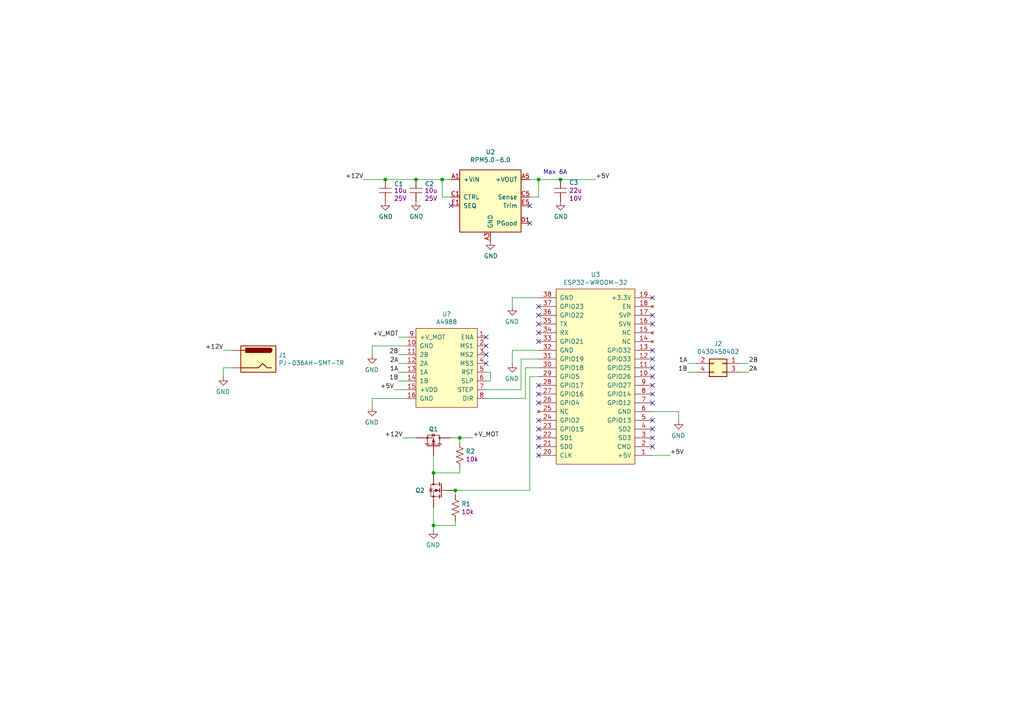
<source format=kicad_sch>
(kicad_sch (version 20211123) (generator eeschema)

  (uuid e63e39d7-6ac0-4ffd-8aa3-1841a4541b55)

  (paper "A4")

  (lib_symbols
    (symbol "ekd_capacitors_ceramic_smd:CL31B106KAHVPNE" (pin_numbers hide) (pin_names (offset 1.016)) (in_bom yes) (on_board yes)
      (property "Reference" "C" (id 0) (at 0 -3.302 0)
        (effects (font (size 1.27 1.27)))
      )
      (property "Value" "CL31B106KAHVPNE" (id 1) (at 12.954 -4.318 0)
        (effects (font (size 1.27 1.27)) hide)
      )
      (property "Footprint" "ekd_capacitors_smd:1206" (id 2) (at 16.256 -2.286 0)
        (effects (font (size 1.27 1.27)) hide)
      )
      (property "Datasheet" "http://www.samsungsem.com/kr/support/product-search/mlcc/CL31B106KAHVPNE.jsp" (id 3) (at 0 3.048 0)
        (effects (font (size 1.27 1.27)) hide)
      )
      (property "Capacitance" "10u" (id 4) (at 4.826 -10.922 0)
        (effects (font (size 1.27 1.27)))
      )
      (property "Voltage Rating" "25V" (id 5) (at 4.826 -13.208 0)
        (effects (font (size 1.27 1.27)))
      )
      (symbol "CL31B106KAHVPNE_1_1"
        (polyline
          (pts
            (xy -1.778 -12.7)
            (xy 1.778 -12.7)
          )
          (stroke (width 0) (type default) (color 0 0 0 0))
          (fill (type none))
        )
        (polyline
          (pts
            (xy -1.778 -11.43)
            (xy 1.778 -11.43)
          )
          (stroke (width 0) (type default) (color 0 0 0 0))
          (fill (type none))
        )
        (pin passive line (at 0 -8.89 270) (length 2.54)
          (name "~" (effects (font (size 1.016 1.016))))
          (number "1" (effects (font (size 1.016 1.016))))
        )
        (pin passive line (at 0 -15.24 90) (length 2.54)
          (name "~" (effects (font (size 1.016 1.016))))
          (number "2" (effects (font (size 1.016 1.016))))
        )
      )
    )
    (symbol "ekd_capacitors_ceramic_smd:CL31B226MPHNNNE" (pin_numbers hide) (pin_names (offset 1.016)) (in_bom yes) (on_board yes)
      (property "Reference" "C" (id 0) (at 0 -3.302 0)
        (effects (font (size 1.27 1.27)))
      )
      (property "Value" "CL31B226MPHNNNE" (id 1) (at 12.954 -4.318 0)
        (effects (font (size 1.27 1.27)) hide)
      )
      (property "Footprint" "ekd_capacitors_smd:1206" (id 2) (at 16.256 -2.286 0)
        (effects (font (size 1.27 1.27)) hide)
      )
      (property "Datasheet" "http://www.samsungsem.com/kr/support/product-search/mlcc/CL31B226MPHNNNE.jsp" (id 3) (at 0 3.048 0)
        (effects (font (size 1.27 1.27)) hide)
      )
      (property "Capacitance" "22u" (id 4) (at 4.826 -10.922 0)
        (effects (font (size 1.27 1.27)))
      )
      (property "Voltage Rating" "10V" (id 5) (at 4.826 -13.208 0)
        (effects (font (size 1.27 1.27)))
      )
      (symbol "CL31B226MPHNNNE_1_1"
        (polyline
          (pts
            (xy -1.778 -12.7)
            (xy 1.778 -12.7)
          )
          (stroke (width 0) (type default) (color 0 0 0 0))
          (fill (type none))
        )
        (polyline
          (pts
            (xy -1.778 -11.43)
            (xy 1.778 -11.43)
          )
          (stroke (width 0) (type default) (color 0 0 0 0))
          (fill (type none))
        )
        (pin passive line (at 0 -8.89 270) (length 2.54)
          (name "~" (effects (font (size 1.016 1.016))))
          (number "1" (effects (font (size 1.016 1.016))))
        )
        (pin passive line (at 0 -15.24 90) (length 2.54)
          (name "~" (effects (font (size 1.016 1.016))))
          (number "2" (effects (font (size 1.016 1.016))))
        )
      )
    )
    (symbol "ekd_connectors:0430450402" (pin_names (offset 1.016)) (in_bom yes) (on_board yes)
      (property "Reference" "J" (id 0) (at 0 2.54 0)
        (effects (font (size 1.27 1.27)))
      )
      (property "Value" "0430450402" (id 1) (at 0 0 0)
        (effects (font (size 1.27 1.27)) hide)
      )
      (property "Footprint" "ekd_connectors:0430450402" (id 2) (at 0.762 -9.906 0)
        (effects (font (size 1.27 1.27)) hide)
      )
      (property "Datasheet" "https://www.molex.com/pdm_docs/ps/PS-43045.pdf" (id 3) (at 0 0 0)
        (effects (font (size 1.27 1.27)) hide)
      )
      (symbol "0430450402_1_1"
        (rectangle (start -2.54 -6.223) (end -1.27 -6.477)
          (stroke (width 0.1524) (type default) (color 0 0 0 0))
          (fill (type none))
        )
        (rectangle (start -2.54 -3.683) (end -1.27 -3.937)
          (stroke (width 0.1524) (type default) (color 0 0 0 0))
          (fill (type none))
        )
        (rectangle (start -2.54 -2.54) (end 2.54 -7.62)
          (stroke (width 0.254) (type default) (color 0 0 0 0))
          (fill (type background))
        )
        (rectangle (start 2.54 -6.223) (end 1.27 -6.477)
          (stroke (width 0.1524) (type default) (color 0 0 0 0))
          (fill (type none))
        )
        (rectangle (start 2.54 -3.683) (end 1.27 -3.937)
          (stroke (width 0.1524) (type default) (color 0 0 0 0))
          (fill (type none))
        )
        (pin passive line (at -6.35 -3.81 0) (length 3.81)
          (name "~" (effects (font (size 1.27 1.27))))
          (number "1" (effects (font (size 1.27 1.27))))
        )
        (pin passive line (at 6.35 -3.81 180) (length 3.81)
          (name "~" (effects (font (size 1.27 1.27))))
          (number "2" (effects (font (size 1.27 1.27))))
        )
        (pin passive line (at -6.35 -6.35 0) (length 3.81)
          (name "~" (effects (font (size 1.27 1.27))))
          (number "3" (effects (font (size 1.27 1.27))))
        )
        (pin passive line (at 6.35 -6.35 180) (length 3.81)
          (name "~" (effects (font (size 1.27 1.27))))
          (number "4" (effects (font (size 1.27 1.27))))
        )
      )
    )
    (symbol "ekd_connectors:PJ-036AH-SMT-TR" (pin_numbers hide) (pin_names (offset 1.016)) (in_bom yes) (on_board yes)
      (property "Reference" "J" (id 0) (at 0 -1.27 0)
        (effects (font (size 1.27 1.27)))
      )
      (property "Value" "PJ-036AH-SMT-TR" (id 1) (at 25.4 -2.54 0)
        (effects (font (size 1.27 1.27)) hide)
      )
      (property "Footprint" "ekd_connectors:PJ-036AH-SMT-TR" (id 2) (at 33.02 0 0)
        (effects (font (size 1.27 1.27)) hide)
      )
      (property "Datasheet" "https://www.cuidevices.com/product/resource/pj-036ah-smt-tr.pdf" (id 3) (at 0 0 0)
        (effects (font (size 1.27 1.27)) hide)
      )
      (symbol "PJ-036AH-SMT-TR_1_1"
        (rectangle (start -5.08 -2.54) (end 5.08 -10.16)
          (stroke (width 0.254) (type default) (color 0 0 0 0))
          (fill (type background))
        )
        (arc (start -3.302 -3.175) (mid -3.937 -3.81) (end -3.302 -4.445)
          (stroke (width 0.254) (type default) (color 0 0 0 0))
          (fill (type none))
        )
        (arc (start -3.302 -3.175) (mid -3.937 -3.81) (end -3.302 -4.445)
          (stroke (width 0.254) (type default) (color 0 0 0 0))
          (fill (type outline))
        )
        (polyline
          (pts
            (xy 5.08 -3.81)
            (xy 3.81 -3.81)
          )
          (stroke (width 0.254) (type default) (color 0 0 0 0))
          (fill (type none))
        )
        (polyline
          (pts
            (xy -3.81 -8.89)
            (xy -2.54 -8.89)
            (xy -1.27 -7.62)
            (xy 0 -8.89)
            (xy 2.54 -8.89)
            (xy 5.08 -8.89)
          )
          (stroke (width 0.254) (type default) (color 0 0 0 0))
          (fill (type none))
        )
        (rectangle (start 3.683 -3.175) (end -3.302 -4.445)
          (stroke (width 0.254) (type default) (color 0 0 0 0))
          (fill (type outline))
        )
        (pin passive line (at 7.62 -3.81 180) (length 2.54)
          (name "~" (effects (font (size 1.27 1.27))))
          (number "1" (effects (font (size 1.27 1.27))))
        )
        (pin passive line (at 7.62 -8.89 180) (length 2.54)
          (name "~" (effects (font (size 1.27 1.27))))
          (number "2" (effects (font (size 1.27 1.27))))
        )
      )
    )
    (symbol "ekd_drivers:A4988" (pin_names (offset 1.016)) (in_bom yes) (on_board yes)
      (property "Reference" "U" (id 0) (at 0 15.24 0)
        (effects (font (size 1.27 1.27)))
      )
      (property "Value" "A4988" (id 1) (at 0 12.7 0)
        (effects (font (size 1.27 1.27)))
      )
      (property "Footprint" "ekd_drivers:A4988" (id 2) (at 20.574 11.176 0)
        (effects (font (size 1.27 1.27)) hide)
      )
      (property "Datasheet" "" (id 3) (at -6.35 13.97 0)
        (effects (font (size 1.27 1.27)) hide)
      )
      (symbol "A4988_0_1"
        (rectangle (start -8.89 11.43) (end 8.89 -11.43)
          (stroke (width 0) (type default) (color 0 0 0 0))
          (fill (type background))
        )
      )
      (symbol "A4988_1_1"
        (pin input line (at 11.43 8.89 180) (length 2.54)
          (name "ENA" (effects (font (size 1.27 1.27))))
          (number "1" (effects (font (size 1.27 1.27))))
        )
        (pin passive line (at -11.43 6.35 0) (length 2.54)
          (name "GND" (effects (font (size 1.27 1.27))))
          (number "10" (effects (font (size 1.27 1.27))))
        )
        (pin power_out line (at -11.43 3.81 0) (length 2.54)
          (name "2B" (effects (font (size 1.27 1.27))))
          (number "11" (effects (font (size 1.27 1.27))))
        )
        (pin power_out line (at -11.43 1.27 0) (length 2.54)
          (name "2A" (effects (font (size 1.27 1.27))))
          (number "12" (effects (font (size 1.27 1.27))))
        )
        (pin power_out line (at -11.43 -1.27 0) (length 2.54)
          (name "1A" (effects (font (size 1.27 1.27))))
          (number "13" (effects (font (size 1.27 1.27))))
        )
        (pin power_out line (at -11.43 -3.81 0) (length 2.54)
          (name "1B" (effects (font (size 1.27 1.27))))
          (number "14" (effects (font (size 1.27 1.27))))
        )
        (pin power_in line (at -11.43 -6.35 0) (length 2.54)
          (name "+VDD" (effects (font (size 1.27 1.27))))
          (number "15" (effects (font (size 1.27 1.27))))
        )
        (pin passive line (at -11.43 -8.89 0) (length 2.54)
          (name "GND" (effects (font (size 1.27 1.27))))
          (number "16" (effects (font (size 1.27 1.27))))
        )
        (pin input line (at 11.43 6.35 180) (length 2.54)
          (name "MS1" (effects (font (size 1.27 1.27))))
          (number "2" (effects (font (size 1.27 1.27))))
        )
        (pin input line (at 11.43 3.81 180) (length 2.54)
          (name "MS2" (effects (font (size 1.27 1.27))))
          (number "3" (effects (font (size 1.27 1.27))))
        )
        (pin input line (at 11.43 1.27 180) (length 2.54)
          (name "MS3" (effects (font (size 1.27 1.27))))
          (number "4" (effects (font (size 1.27 1.27))))
        )
        (pin passive line (at 11.43 -1.27 180) (length 2.54)
          (name "RST" (effects (font (size 1.27 1.27))))
          (number "5" (effects (font (size 1.27 1.27))))
        )
        (pin passive line (at 11.43 -3.81 180) (length 2.54)
          (name "SLP" (effects (font (size 1.27 1.27))))
          (number "6" (effects (font (size 1.27 1.27))))
        )
        (pin input line (at 11.43 -6.35 180) (length 2.54)
          (name "STEP" (effects (font (size 1.27 1.27))))
          (number "7" (effects (font (size 1.27 1.27))))
        )
        (pin input line (at 11.43 -8.89 180) (length 2.54)
          (name "DIR" (effects (font (size 1.27 1.27))))
          (number "8" (effects (font (size 1.27 1.27))))
        )
        (pin power_in line (at -11.43 8.89 0) (length 2.54)
          (name "+V_MOT" (effects (font (size 1.27 1.27))))
          (number "9" (effects (font (size 1.27 1.27))))
        )
      )
    )
    (symbol "ekd_fets:2N7002W-7-F" (pin_numbers hide) (pin_names (offset 1.016)) (in_bom yes) (on_board yes)
      (property "Reference" "Q" (id 0) (at 0 1.905 0)
        (effects (font (size 1.27 1.27)))
      )
      (property "Value" "2N7002W-7-F" (id 1) (at 0.635 -0.635 0)
        (effects (font (size 1.27 1.27)))
      )
      (property "Footprint" "ekd_fets:2N7002W-7-F" (id 2) (at 0 0 0)
        (effects (font (size 1.27 1.27)) hide)
      )
      (property "Datasheet" "https://www.diodes.com/assets/Datasheets/2N7002W.pdf" (id 3) (at 0 0 0)
        (effects (font (size 1.27 1.27)) hide)
      )
      (symbol "2N7002W-7-F_0_1"
        (polyline
          (pts
            (xy -3.175 -12.7)
            (xy -3.81 -12.7)
          )
          (stroke (width 0) (type default) (color 0 0 0 0))
          (fill (type none))
        )
      )
      (symbol "2N7002W-7-F_1_1"
        (circle (center 0 -14.478) (radius 0.254)
          (stroke (width 0) (type default) (color 0 0 0 0))
          (fill (type outline))
        )
        (circle (center 0 -10.922) (radius 0.254)
          (stroke (width 0) (type default) (color 0 0 0 0))
          (fill (type outline))
        )
        (polyline
          (pts
            (xy -3.175 -12.7)
            (xy -2.413 -12.7)
          )
          (stroke (width 0) (type default) (color 0 0 0 0))
          (fill (type none))
        )
        (polyline
          (pts
            (xy -2.286 -10.795)
            (xy -2.286 -14.605)
          )
          (stroke (width 0.254) (type default) (color 0 0 0 0))
          (fill (type none))
        )
        (polyline
          (pts
            (xy -1.778 -13.97)
            (xy -1.778 -14.986)
          )
          (stroke (width 0.254) (type default) (color 0 0 0 0))
          (fill (type none))
        )
        (polyline
          (pts
            (xy -1.778 -12.192)
            (xy -1.778 -13.208)
          )
          (stroke (width 0.254) (type default) (color 0 0 0 0))
          (fill (type none))
        )
        (polyline
          (pts
            (xy -1.778 -10.414)
            (xy -1.778 -11.43)
          )
          (stroke (width 0.254) (type default) (color 0 0 0 0))
          (fill (type none))
        )
        (polyline
          (pts
            (xy 0 -10.16)
            (xy 0 -10.922)
          )
          (stroke (width 0) (type default) (color 0 0 0 0))
          (fill (type none))
        )
        (polyline
          (pts
            (xy 0 -15.24)
            (xy 0 -12.7)
            (xy -1.778 -12.7)
          )
          (stroke (width 0) (type default) (color 0 0 0 0))
          (fill (type none))
        )
        (polyline
          (pts
            (xy -1.778 -14.478)
            (xy 0.762 -14.478)
            (xy 0.762 -10.922)
            (xy -1.778 -10.922)
          )
          (stroke (width 0) (type default) (color 0 0 0 0))
          (fill (type none))
        )
        (polyline
          (pts
            (xy -1.524 -12.7)
            (xy -0.508 -12.319)
            (xy -0.508 -13.081)
            (xy -1.524 -12.7)
          )
          (stroke (width 0) (type default) (color 0 0 0 0))
          (fill (type outline))
        )
        (polyline
          (pts
            (xy 0.254 -12.192)
            (xy 0.381 -12.319)
            (xy 1.143 -12.319)
            (xy 1.27 -12.446)
          )
          (stroke (width 0) (type default) (color 0 0 0 0))
          (fill (type none))
        )
        (polyline
          (pts
            (xy 0.762 -12.319)
            (xy 0.381 -12.954)
            (xy 1.143 -12.954)
            (xy 0.762 -12.319)
          )
          (stroke (width 0) (type default) (color 0 0 0 0))
          (fill (type none))
        )
        (pin passive line (at -6.35 -12.7 0) (length 2.54)
          (name "~" (effects (font (size 1.27 1.27))))
          (number "1" (effects (font (size 1.27 1.27))))
        )
        (pin passive line (at 0 -17.78 90) (length 2.54)
          (name "~" (effects (font (size 1.27 1.27))))
          (number "2" (effects (font (size 1.27 1.27))))
        )
        (pin passive line (at 0 -7.62 270) (length 2.54)
          (name "~" (effects (font (size 1.27 1.27))))
          (number "3" (effects (font (size 1.27 1.27))))
        )
      )
    )
    (symbol "ekd_fets:IRFR6215TRPBF" (pin_numbers hide) (pin_names (offset 1.016)) (in_bom yes) (on_board yes)
      (property "Reference" "Q" (id 0) (at -1.27 14.605 0)
        (effects (font (size 1.27 1.27)))
      )
      (property "Value" "IRFR6215TRPBF" (id 1) (at -0.635 12.065 0)
        (effects (font (size 1.27 1.27)))
      )
      (property "Footprint" "ekd_fets:IRFR6215TRPBF" (id 2) (at 12.446 9.144 0)
        (effects (font (size 1.27 1.27)) hide)
      )
      (property "Datasheet" "https://www.infineon.com/dgdl/irfr6215pbf.pdf?fileId=5546d462533600a40153563595592114" (id 3) (at -1.27 14.605 0)
        (effects (font (size 1.27 1.27)) hide)
      )
      (symbol "IRFR6215TRPBF_0_1"
        (polyline
          (pts
            (xy -3.175 0)
            (xy -3.81 0)
          )
          (stroke (width 0) (type default) (color 0 0 0 0))
          (fill (type none))
        )
      )
      (symbol "IRFR6215TRPBF_1_1"
        (circle (center -1.27 -1.778) (radius 0.254)
          (stroke (width 0) (type default) (color 0 0 0 0))
          (fill (type outline))
        )
        (circle (center -1.27 1.778) (radius 0.254)
          (stroke (width 0) (type default) (color 0 0 0 0))
          (fill (type outline))
        )
        (polyline
          (pts
            (xy -3.556 1.905)
            (xy -3.556 -1.905)
          )
          (stroke (width 0.254) (type default) (color 0 0 0 0))
          (fill (type none))
        )
        (polyline
          (pts
            (xy -3.048 -1.27)
            (xy -3.048 -2.286)
          )
          (stroke (width 0.254) (type default) (color 0 0 0 0))
          (fill (type none))
        )
        (polyline
          (pts
            (xy -3.048 0.508)
            (xy -3.048 -0.508)
          )
          (stroke (width 0.254) (type default) (color 0 0 0 0))
          (fill (type none))
        )
        (polyline
          (pts
            (xy -3.048 2.286)
            (xy -3.048 1.27)
          )
          (stroke (width 0.254) (type default) (color 0 0 0 0))
          (fill (type none))
        )
        (polyline
          (pts
            (xy -1.27 2.54)
            (xy -1.27 1.778)
          )
          (stroke (width 0) (type default) (color 0 0 0 0))
          (fill (type none))
        )
        (polyline
          (pts
            (xy -1.27 -2.54)
            (xy -1.27 0)
            (xy -3.048 0)
          )
          (stroke (width 0) (type default) (color 0 0 0 0))
          (fill (type none))
        )
        (polyline
          (pts
            (xy -3.048 1.778)
            (xy -0.508 1.778)
            (xy -0.508 -1.778)
            (xy -3.048 -1.778)
          )
          (stroke (width 0) (type default) (color 0 0 0 0))
          (fill (type none))
        )
        (polyline
          (pts
            (xy -1.524 0)
            (xy -2.54 0.381)
            (xy -2.54 -0.381)
            (xy -1.524 0)
          )
          (stroke (width 0) (type default) (color 0 0 0 0))
          (fill (type outline))
        )
        (polyline
          (pts
            (xy -1.016 -0.508)
            (xy -0.889 -0.381)
            (xy -0.127 -0.381)
            (xy 0 -0.254)
          )
          (stroke (width 0) (type default) (color 0 0 0 0))
          (fill (type none))
        )
        (polyline
          (pts
            (xy -0.508 -0.381)
            (xy -0.889 0.254)
            (xy -0.127 0.254)
            (xy -0.508 -0.381)
          )
          (stroke (width 0) (type default) (color 0 0 0 0))
          (fill (type none))
        )
        (pin input line (at -6.35 0 0) (length 2.54)
          (name "~" (effects (font (size 1.27 1.27))))
          (number "1" (effects (font (size 1.27 1.27))))
        )
        (pin passive line (at -1.27 -5.08 90) (length 2.54)
          (name "~" (effects (font (size 1.27 1.27))))
          (number "2" (effects (font (size 1.27 1.27))))
        )
        (pin passive line (at -1.27 5.08 270) (length 2.54)
          (name "~" (effects (font (size 1.27 1.27))))
          (number "3" (effects (font (size 1.27 1.27))))
        )
      )
    )
    (symbol "ekd_mcu:ESP32-WROOM-32" (pin_names (offset 1.016)) (in_bom yes) (on_board yes)
      (property "Reference" "U" (id 0) (at 0 30.48 0)
        (effects (font (size 1.27 1.27)))
      )
      (property "Value" "ESP32-WROOM-32" (id 1) (at 0 27.94 0)
        (effects (font (size 1.27 1.27)))
      )
      (property "Footprint" "ekd_mcu:ESP32-WROOM-32" (id 2) (at 42.418 24.384 0)
        (effects (font (size 1.27 1.27)) hide)
      )
      (property "Datasheet" "" (id 3) (at -5.08 27.94 0)
        (effects (font (size 1.27 1.27)) hide)
      )
      (symbol "ESP32-WROOM-32_0_1"
        (rectangle (start -11.43 25.4) (end 11.43 -25.4)
          (stroke (width 0) (type default) (color 0 0 0 0))
          (fill (type background))
        )
      )
      (symbol "ESP32-WROOM-32_1_1"
        (pin power_in line (at -16.51 -22.86 0) (length 5.08)
          (name "+5V" (effects (font (size 1.27 1.27))))
          (number "1" (effects (font (size 1.27 1.27))))
        )
        (pin bidirectional line (at -16.51 0 0) (length 5.08)
          (name "GPIO26" (effects (font (size 1.27 1.27))))
          (number "10" (effects (font (size 1.27 1.27))))
        )
        (pin bidirectional line (at -16.51 2.54 0) (length 5.08)
          (name "GPIO25" (effects (font (size 1.27 1.27))))
          (number "11" (effects (font (size 1.27 1.27))))
        )
        (pin bidirectional line (at -16.51 5.08 0) (length 5.08)
          (name "GPIO33" (effects (font (size 1.27 1.27))))
          (number "12" (effects (font (size 1.27 1.27))))
        )
        (pin bidirectional line (at -16.51 7.62 0) (length 5.08)
          (name "GPIO32" (effects (font (size 1.27 1.27))))
          (number "13" (effects (font (size 1.27 1.27))))
        )
        (pin no_connect line (at -16.51 10.16 0) (length 5.08)
          (name "NC" (effects (font (size 1.27 1.27))))
          (number "14" (effects (font (size 1.27 1.27))))
        )
        (pin no_connect line (at -16.51 12.7 0) (length 5.08)
          (name "NC" (effects (font (size 1.27 1.27))))
          (number "15" (effects (font (size 1.27 1.27))))
        )
        (pin input line (at -16.51 15.24 0) (length 5.08)
          (name "SVN" (effects (font (size 1.27 1.27))))
          (number "16" (effects (font (size 1.27 1.27))))
        )
        (pin input line (at -16.51 17.78 0) (length 5.08)
          (name "SVP" (effects (font (size 1.27 1.27))))
          (number "17" (effects (font (size 1.27 1.27))))
        )
        (pin no_connect line (at -16.51 20.32 0) (length 5.08)
          (name "EN" (effects (font (size 1.27 1.27))))
          (number "18" (effects (font (size 1.27 1.27))))
        )
        (pin power_in line (at -16.51 22.86 0) (length 5.08)
          (name "+3.3V" (effects (font (size 1.27 1.27))))
          (number "19" (effects (font (size 1.27 1.27))))
        )
        (pin bidirectional line (at -16.51 -20.32 0) (length 5.08)
          (name "CMD" (effects (font (size 1.27 1.27))))
          (number "2" (effects (font (size 1.27 1.27))))
        )
        (pin output line (at 16.51 -22.86 180) (length 5.08)
          (name "CLK" (effects (font (size 1.27 1.27))))
          (number "20" (effects (font (size 1.27 1.27))))
        )
        (pin bidirectional line (at 16.51 -20.32 180) (length 5.08)
          (name "SD0" (effects (font (size 1.27 1.27))))
          (number "21" (effects (font (size 1.27 1.27))))
        )
        (pin bidirectional line (at 16.51 -17.78 180) (length 5.08)
          (name "SD1" (effects (font (size 1.27 1.27))))
          (number "22" (effects (font (size 1.27 1.27))))
        )
        (pin bidirectional line (at 16.51 -15.24 180) (length 5.08)
          (name "GPIO15" (effects (font (size 1.27 1.27))))
          (number "23" (effects (font (size 1.27 1.27))))
        )
        (pin bidirectional line (at 16.51 -12.7 180) (length 5.08)
          (name "GPIO2" (effects (font (size 1.27 1.27))))
          (number "24" (effects (font (size 1.27 1.27))))
        )
        (pin no_connect line (at 16.51 -10.16 180) (length 5.08)
          (name "NC" (effects (font (size 1.27 1.27))))
          (number "25" (effects (font (size 1.27 1.27))))
        )
        (pin bidirectional line (at 16.51 -7.62 180) (length 5.08)
          (name "GPIO4" (effects (font (size 1.27 1.27))))
          (number "26" (effects (font (size 1.27 1.27))))
        )
        (pin bidirectional line (at 16.51 -5.08 180) (length 5.08)
          (name "GPIO16" (effects (font (size 1.27 1.27))))
          (number "27" (effects (font (size 1.27 1.27))))
        )
        (pin bidirectional line (at 16.51 -2.54 180) (length 5.08)
          (name "GPIO17" (effects (font (size 1.27 1.27))))
          (number "28" (effects (font (size 1.27 1.27))))
        )
        (pin bidirectional line (at 16.51 0 180) (length 5.08)
          (name "GPIO5" (effects (font (size 1.27 1.27))))
          (number "29" (effects (font (size 1.27 1.27))))
        )
        (pin bidirectional line (at -16.51 -17.78 0) (length 5.08)
          (name "SD3" (effects (font (size 1.27 1.27))))
          (number "3" (effects (font (size 1.27 1.27))))
        )
        (pin bidirectional line (at 16.51 2.54 180) (length 5.08)
          (name "GPIO18" (effects (font (size 1.27 1.27))))
          (number "30" (effects (font (size 1.27 1.27))))
        )
        (pin bidirectional line (at 16.51 5.08 180) (length 5.08)
          (name "GPIO19" (effects (font (size 1.27 1.27))))
          (number "31" (effects (font (size 1.27 1.27))))
        )
        (pin passive line (at 16.51 7.62 180) (length 5.08)
          (name "GND" (effects (font (size 1.27 1.27))))
          (number "32" (effects (font (size 1.27 1.27))))
        )
        (pin bidirectional line (at 16.51 10.16 180) (length 5.08)
          (name "GPIO21" (effects (font (size 1.27 1.27))))
          (number "33" (effects (font (size 1.27 1.27))))
        )
        (pin input line (at 16.51 12.7 180) (length 5.08)
          (name "RX" (effects (font (size 1.27 1.27))))
          (number "34" (effects (font (size 1.27 1.27))))
        )
        (pin output line (at 16.51 15.24 180) (length 5.08)
          (name "TX" (effects (font (size 1.27 1.27))))
          (number "35" (effects (font (size 1.27 1.27))))
        )
        (pin bidirectional line (at 16.51 17.78 180) (length 5.08)
          (name "GPIO22" (effects (font (size 1.27 1.27))))
          (number "36" (effects (font (size 1.27 1.27))))
        )
        (pin bidirectional line (at 16.51 20.32 180) (length 5.08)
          (name "GPIO23" (effects (font (size 1.27 1.27))))
          (number "37" (effects (font (size 1.27 1.27))))
        )
        (pin passive line (at 16.51 22.86 180) (length 5.08)
          (name "GND" (effects (font (size 1.27 1.27))))
          (number "38" (effects (font (size 1.27 1.27))))
        )
        (pin bidirectional line (at -16.51 -15.24 0) (length 5.08)
          (name "SD2" (effects (font (size 1.27 1.27))))
          (number "4" (effects (font (size 1.27 1.27))))
        )
        (pin bidirectional line (at -16.51 -12.7 0) (length 5.08)
          (name "GPIO13" (effects (font (size 1.27 1.27))))
          (number "5" (effects (font (size 1.27 1.27))))
        )
        (pin passive line (at -16.51 -10.16 0) (length 5.08)
          (name "GND" (effects (font (size 1.27 1.27))))
          (number "6" (effects (font (size 1.27 1.27))))
        )
        (pin bidirectional line (at -16.51 -7.62 0) (length 5.08)
          (name "GPIO12" (effects (font (size 1.27 1.27))))
          (number "7" (effects (font (size 1.27 1.27))))
        )
        (pin bidirectional line (at -16.51 -5.08 0) (length 5.08)
          (name "GPIO14" (effects (font (size 1.27 1.27))))
          (number "8" (effects (font (size 1.27 1.27))))
        )
        (pin bidirectional line (at -16.51 -2.54 0) (length 5.08)
          (name "GPIO27" (effects (font (size 1.27 1.27))))
          (number "9" (effects (font (size 1.27 1.27))))
        )
      )
    )
    (symbol "ekd_resistors_smd:RC1005F103CS" (pin_numbers hide) (pin_names (offset 1.016)) (in_bom yes) (on_board yes)
      (property "Reference" "R" (id 0) (at 0 -0.381 0)
        (effects (font (size 1.27 1.27)))
      )
      (property "Value" "RC1005F103CS" (id 1) (at 13.208 -6.604 0)
        (effects (font (size 1.27 1.27)) hide)
      )
      (property "Footprint" "ekd_resistors_smd:0402" (id 2) (at 17.272 -4.064 0)
        (effects (font (size 1.27 1.27)) hide)
      )
      (property "Datasheet" "https://media.digikey.com/pdf/Data%20Sheets/Samsung%20PDFs/RC_Series_ds.pdf" (id 3) (at 0 0 0)
        (effects (font (size 1.27 1.27)) hide)
      )
      (property "Resistance" "10k" (id 4) (at 3.302 -11.176 0)
        (effects (font (size 1.27 1.27)))
      )
      (property "Power Rating" "1/16W" (id 5) (at 9.144 -8.89 0)
        (effects (font (size 1.27 1.27)) hide)
      )
      (symbol "RC1005F103CS_1_1"
        (polyline
          (pts
            (xy 0 -13.716)
            (xy 0 -13.97)
          )
          (stroke (width 0) (type default) (color 0 0 0 0))
          (fill (type none))
        )
        (polyline
          (pts
            (xy 0 -9.144)
            (xy 0 -8.89)
          )
          (stroke (width 0) (type default) (color 0 0 0 0))
          (fill (type none))
        )
        (polyline
          (pts
            (xy 0 -12.192)
            (xy 1.016 -12.573)
            (xy 0 -12.954)
            (xy -1.016 -13.335)
            (xy 0 -13.716)
          )
          (stroke (width 0) (type default) (color 0 0 0 0))
          (fill (type none))
        )
        (polyline
          (pts
            (xy 0 -10.668)
            (xy 1.016 -11.049)
            (xy 0 -11.43)
            (xy -1.016 -11.811)
            (xy 0 -12.192)
          )
          (stroke (width 0) (type default) (color 0 0 0 0))
          (fill (type none))
        )
        (polyline
          (pts
            (xy 0 -9.144)
            (xy 1.016 -9.525)
            (xy 0 -9.906)
            (xy -1.016 -10.287)
            (xy 0 -10.668)
          )
          (stroke (width 0) (type default) (color 0 0 0 0))
          (fill (type none))
        )
        (pin passive line (at 0 -7.62 270) (length 1.27)
          (name "~" (effects (font (size 1.27 1.27))))
          (number "1" (effects (font (size 1.27 1.27))))
        )
        (pin passive line (at 0 -15.24 90) (length 1.27)
          (name "~" (effects (font (size 1.27 1.27))))
          (number "2" (effects (font (size 1.27 1.27))))
        )
      )
    )
    (symbol "ekd_rpm:RPM5.0-6.0" (pin_names (offset 1.016)) (in_bom yes) (on_board yes)
      (property "Reference" "U" (id 0) (at 0 12.7 0)
        (effects (font (size 1.27 1.27)))
      )
      (property "Value" "RPM5.0-6.0" (id 1) (at 0 9.652 0)
        (effects (font (size 1.27 1.27)))
      )
      (property "Footprint" "ekd_rpm:RPM5.0-6.0" (id 2) (at -2.54 10.922 0)
        (effects (font (size 1.27 1.27)) hide)
      )
      (property "Datasheet" "https://recom-power.com/pdf/Innoline/RPM-6.0.pdf" (id 3) (at -2.54 10.922 0)
        (effects (font (size 1.27 1.27)) hide)
      )
      (symbol "RPM5.0-6.0_1_1"
        (rectangle (start -8.89 7.874) (end 8.89 -10.16)
          (stroke (width 0.254) (type default) (color 0 0 0 0))
          (fill (type background))
        )
        (pin power_in line (at -11.43 5.08 0) (length 2.54)
          (name "+VIN" (effects (font (size 1.27 1.27))))
          (number "A1" (effects (font (size 1.27 1.27))))
        )
        (pin passive line (at -11.43 5.08 0) (length 2.54) hide
          (name "+VIN" (effects (font (size 1.27 1.27))))
          (number "A2" (effects (font (size 1.27 1.27))))
        )
        (pin power_in line (at 0 -12.7 90) (length 2.54)
          (name "GND" (effects (font (size 1.27 1.27))))
          (number "A3" (effects (font (size 1.27 1.27))))
        )
        (pin passive line (at 0 -12.7 90) (length 2.54) hide
          (name "GND" (effects (font (size 1.27 1.27))))
          (number "A4" (effects (font (size 1.27 1.27))))
        )
        (pin power_out line (at 11.43 5.08 180) (length 2.54)
          (name "+VOUT" (effects (font (size 1.27 1.27))))
          (number "A5" (effects (font (size 1.27 1.27))))
        )
        (pin passive line (at 0 -12.7 90) (length 2.54) hide
          (name "GND" (effects (font (size 1.27 1.27))))
          (number "B1" (effects (font (size 1.27 1.27))))
        )
        (pin passive line (at 0 -12.7 90) (length 2.54) hide
          (name "GND" (effects (font (size 1.27 1.27))))
          (number "B2" (effects (font (size 1.27 1.27))))
        )
        (pin passive line (at 0 -12.7 90) (length 2.54) hide
          (name "GND" (effects (font (size 1.27 1.27))))
          (number "B3" (effects (font (size 1.27 1.27))))
        )
        (pin passive line (at 0 -12.7 90) (length 2.54) hide
          (name "GND" (effects (font (size 1.27 1.27))))
          (number "B4" (effects (font (size 1.27 1.27))))
        )
        (pin input line (at -11.43 0 0) (length 2.54)
          (name "CTRL" (effects (font (size 1.27 1.27))))
          (number "C1" (effects (font (size 1.27 1.27))))
        )
        (pin passive line (at 0 -12.7 90) (length 2.54) hide
          (name "GND" (effects (font (size 1.27 1.27))))
          (number "C2" (effects (font (size 1.27 1.27))))
        )
        (pin passive line (at 0 -12.7 90) (length 2.54) hide
          (name "GND" (effects (font (size 1.27 1.27))))
          (number "C3" (effects (font (size 1.27 1.27))))
        )
        (pin passive line (at 0 -12.7 90) (length 2.54) hide
          (name "GND" (effects (font (size 1.27 1.27))))
          (number "C4" (effects (font (size 1.27 1.27))))
        )
        (pin input line (at 11.43 0 180) (length 2.54)
          (name "Sense" (effects (font (size 1.27 1.27))))
          (number "C5" (effects (font (size 1.27 1.27))))
        )
        (pin output line (at 11.43 -7.62 180) (length 2.54)
          (name "PGood" (effects (font (size 1.27 1.27))))
          (number "D1" (effects (font (size 1.27 1.27))))
        )
        (pin passive line (at 0 -12.7 90) (length 2.54) hide
          (name "GND" (effects (font (size 1.27 1.27))))
          (number "D2" (effects (font (size 1.27 1.27))))
        )
        (pin passive line (at 0 -12.7 90) (length 2.54) hide
          (name "GND" (effects (font (size 1.27 1.27))))
          (number "D3" (effects (font (size 1.27 1.27))))
        )
        (pin passive line (at 0 -12.7 90) (length 2.54) hide
          (name "GND" (effects (font (size 1.27 1.27))))
          (number "D4" (effects (font (size 1.27 1.27))))
        )
        (pin passive line (at 0 -12.7 90) (length 2.54) hide
          (name "GND" (effects (font (size 1.27 1.27))))
          (number "D5" (effects (font (size 1.27 1.27))))
        )
        (pin passive line (at -11.43 -2.54 0) (length 2.54)
          (name "SEQ" (effects (font (size 1.27 1.27))))
          (number "E1" (effects (font (size 1.27 1.27))))
        )
        (pin no_connect line (at -11.43 -5.08 0) (length 2.54) hide
          (name "NC" (effects (font (size 1.27 1.27))))
          (number "E2" (effects (font (size 1.27 1.27))))
        )
        (pin passive line (at 0 -12.7 90) (length 2.54) hide
          (name "GND" (effects (font (size 1.27 1.27))))
          (number "E3" (effects (font (size 1.27 1.27))))
        )
        (pin passive line (at 0 -12.7 90) (length 2.54) hide
          (name "GND" (effects (font (size 1.27 1.27))))
          (number "E4" (effects (font (size 1.27 1.27))))
        )
        (pin input line (at 11.43 -2.54 180) (length 2.54)
          (name "Trim" (effects (font (size 1.27 1.27))))
          (number "E5" (effects (font (size 1.27 1.27))))
        )
      )
    )
    (symbol "power:GND" (power) (pin_names (offset 0)) (in_bom yes) (on_board yes)
      (property "Reference" "#PWR" (id 0) (at 0 -6.35 0)
        (effects (font (size 1.27 1.27)) hide)
      )
      (property "Value" "GND" (id 1) (at 0 -3.81 0)
        (effects (font (size 1.27 1.27)))
      )
      (property "Footprint" "" (id 2) (at 0 0 0)
        (effects (font (size 1.27 1.27)) hide)
      )
      (property "Datasheet" "" (id 3) (at 0 0 0)
        (effects (font (size 1.27 1.27)) hide)
      )
      (property "ki_keywords" "power-flag" (id 4) (at 0 0 0)
        (effects (font (size 1.27 1.27)) hide)
      )
      (property "ki_description" "Power symbol creates a global label with name \"GND\" , ground" (id 5) (at 0 0 0)
        (effects (font (size 1.27 1.27)) hide)
      )
      (symbol "GND_0_1"
        (polyline
          (pts
            (xy 0 0)
            (xy 0 -1.27)
            (xy 1.27 -1.27)
            (xy 0 -2.54)
            (xy -1.27 -1.27)
            (xy 0 -1.27)
          )
          (stroke (width 0) (type default) (color 0 0 0 0))
          (fill (type none))
        )
      )
      (symbol "GND_1_1"
        (pin power_in line (at 0 0 270) (length 0) hide
          (name "GND" (effects (font (size 1.27 1.27))))
          (number "1" (effects (font (size 1.27 1.27))))
        )
      )
    )
  )

  (junction (at 156.21 52.07) (diameter 0) (color 0 0 0 0)
    (uuid 0867287d-2e6a-4d69-a366-c29f88198f2b)
  )
  (junction (at 111.76 52.07) (diameter 0) (color 0 0 0 0)
    (uuid 48ab88d7-7084-4d02-b109-3ad55a30bb11)
  )
  (junction (at 162.56 52.07) (diameter 0) (color 0 0 0 0)
    (uuid 7dc880bc-e7eb-4cce-8d8c-0b65a9dd788e)
  )
  (junction (at 128.27 52.07) (diameter 0) (color 0 0 0 0)
    (uuid 8174b4de-74b1-48db-ab8e-c8432251095b)
  )
  (junction (at 125.73 137.16) (diameter 0) (color 0 0 0 0)
    (uuid 94a873dc-af67-4ef9-8159-1f7c93eeb3d7)
  )
  (junction (at 133.35 127) (diameter 0) (color 0 0 0 0)
    (uuid b635b16e-60bb-4b3e-9fc3-47d34eef8381)
  )
  (junction (at 125.73 152.4) (diameter 0) (color 0 0 0 0)
    (uuid bb7f0588-d4d8-44bf-9ebf-3c533fe4d6ae)
  )
  (junction (at 132.08 142.24) (diameter 0) (color 0 0 0 0)
    (uuid ce83728b-bebd-48c2-8734-b6a50d837931)
  )
  (junction (at 120.65 52.07) (diameter 0) (color 0 0 0 0)
    (uuid fd470e95-4861-44fe-b1e4-6d8a7c66e144)
  )

  (no_connect (at 140.97 100.33) (uuid 02165243-61a3-4857-84ba-71a77cb9a387))
  (no_connect (at 189.23 129.54) (uuid 04f5865e-f449-4408-a0c8-771cccfcb129))
  (no_connect (at 156.21 91.44) (uuid 0c30a4be-5679-499f-8c5b-5f3024f9d6cf))
  (no_connect (at 140.97 97.79) (uuid 1b54105e-6590-4d26-a763-ecfcf81eedc4))
  (no_connect (at 156.21 124.46) (uuid 213a2af1-412b-47f4-ab3b-c5f43b6be7a6))
  (no_connect (at 189.23 111.76) (uuid 29256b3d-9450-4c0a-a4d4-911f04b9c140))
  (no_connect (at 189.23 93.98) (uuid 2bef89de-08c7-4a13-9d85-67948d429ca0))
  (no_connect (at 189.23 121.92) (uuid 2d6718e7-f18d-444d-9792-ddf1a113460c))
  (no_connect (at 189.23 109.22) (uuid 37e4dc66-4492-4061-908d-7213940a2ec3))
  (no_connect (at 156.21 116.84) (uuid 43891a3c-749f-498d-ba99-685a27689b0d))
  (no_connect (at 189.23 104.14) (uuid 483f60da-14d7-4f88-8d01-3f9f30784c70))
  (no_connect (at 156.21 93.98) (uuid 4dc6088c-89a5-4db7-b3ae-db4b6396ad49))
  (no_connect (at 156.21 132.08) (uuid 6199bec7-e7eb-4ae0-b9ec-c563e157d635))
  (no_connect (at 189.23 101.6) (uuid 6ca3c38c-4e71-4202-b6c1-1b25f04a27ae))
  (no_connect (at 153.67 59.69) (uuid 704d6d51-bb34-4cbf-83d8-841e208048d8))
  (no_connect (at 189.23 127) (uuid 71c77456-1405-42e3-95ed-69e629de0558))
  (no_connect (at 130.81 59.69) (uuid 7e969d15-6cc0-4258-8b27-586608a21adb))
  (no_connect (at 156.21 127) (uuid 7f3eb118-a20c-4239-b800-c9211c66847d))
  (no_connect (at 156.21 111.76) (uuid 909b030b-fa1a-4fe8-b1ee-422b4d9e23cf))
  (no_connect (at 156.21 99.06) (uuid 936e2ca6-11ae-4f42-9128-52bb329f3d21))
  (no_connect (at 140.97 102.87) (uuid 9ff4672a-e1a4-4a1e-887d-1b9a3429d278))
  (no_connect (at 189.23 116.84) (uuid b603d26a-e034-42fb-8327-b60c5bf9cdd2))
  (no_connect (at 189.23 114.3) (uuid b994142f-02ac-4881-9587-6d3df53c96d2))
  (no_connect (at 153.67 64.77) (uuid c41b3c8b-634e-435a-b582-96b83bbd4032))
  (no_connect (at 189.23 86.36) (uuid cb868d2e-5efb-4bfb-8796-88435b326918))
  (no_connect (at 156.21 114.3) (uuid cbc539d2-6a10-4052-9b7a-f10326dcac67))
  (no_connect (at 156.21 121.92) (uuid d2de4093-1fc2-4bc1-94b6-4d0fe3426c6f))
  (no_connect (at 156.21 88.9) (uuid db83d0af-e085-4050-8496-fa2ebdecbd62))
  (no_connect (at 156.21 129.54) (uuid e47adf3d-9c24-4345-80c9-66679cad107e))
  (no_connect (at 156.21 96.52) (uuid ebadd2a5-21ab-4a7e-b5bc-6f737367e560))
  (no_connect (at 140.97 105.41) (uuid edc9ab4f-487a-48dc-95f2-4d87f0e9cf9e))
  (no_connect (at 189.23 124.46) (uuid f144a97d-c3f0-423f-b0a9-3f7dbc42478b))
  (no_connect (at 189.23 106.68) (uuid fb03d859-dcc9-4533-b352-64830e0e5423))
  (no_connect (at 189.23 91.44) (uuid fc0a4225-db46-4d48-8163-d522602d57cd))

  (wire (pts (xy 120.65 127) (xy 116.84 127))
    (stroke (width 0) (type default) (color 0 0 0 0))
    (uuid 03d88a85-11fd-47aa-954c-c318bb15294a)
  )
  (wire (pts (xy 201.93 105.41) (xy 199.39 105.41))
    (stroke (width 0) (type default) (color 0 0 0 0))
    (uuid 0a3cc030-c9dd-4d74-9d50-715ed2b361a2)
  )
  (wire (pts (xy 118.11 105.41) (xy 115.57 105.41))
    (stroke (width 0) (type default) (color 0 0 0 0))
    (uuid 0d0bb7b2-a6e5-46d2-9492-a1aa6e5a7b2f)
  )
  (wire (pts (xy 132.08 151.13) (xy 132.08 152.4))
    (stroke (width 0) (type default) (color 0 0 0 0))
    (uuid 0eaa98f0-9565-4637-ace3-42a5231b07f7)
  )
  (wire (pts (xy 156.21 104.14) (xy 151.13 104.14))
    (stroke (width 0) (type default) (color 0 0 0 0))
    (uuid 0f41a909-27c4-4be2-9d5e-9ae2108c8ff5)
  )
  (wire (pts (xy 111.76 52.07) (xy 120.65 52.07))
    (stroke (width 0) (type default) (color 0 0 0 0))
    (uuid 127679a9-3981-4934-815e-896a4e3ff56e)
  )
  (wire (pts (xy 133.35 137.16) (xy 133.35 135.89))
    (stroke (width 0) (type default) (color 0 0 0 0))
    (uuid 128e34ce-eee7-477d-b905-a493e98db783)
  )
  (wire (pts (xy 214.63 105.41) (xy 217.17 105.41))
    (stroke (width 0) (type default) (color 0 0 0 0))
    (uuid 15875808-74d5-4210-b8ca-aa8fbc04ae21)
  )
  (wire (pts (xy 132.08 143.51) (xy 132.08 142.24))
    (stroke (width 0) (type default) (color 0 0 0 0))
    (uuid 181abe7a-f941-42b6-bd46-aaa3131f90fb)
  )
  (wire (pts (xy 118.11 97.79) (xy 115.57 97.79))
    (stroke (width 0) (type default) (color 0 0 0 0))
    (uuid 1a2f72d1-0b36-4610-afc4-4ad1660d5d3b)
  )
  (wire (pts (xy 118.11 100.33) (xy 107.95 100.33))
    (stroke (width 0) (type default) (color 0 0 0 0))
    (uuid 2732632c-4768-42b6-bf7f-14643424019e)
  )
  (wire (pts (xy 133.35 127) (xy 130.81 127))
    (stroke (width 0) (type default) (color 0 0 0 0))
    (uuid 3172f2e2-18d2-4a80-ae30-5707b3409798)
  )
  (wire (pts (xy 151.13 113.03) (xy 140.97 113.03))
    (stroke (width 0) (type default) (color 0 0 0 0))
    (uuid 35354519-a28c-40c4-befd-0943e98dea53)
  )
  (wire (pts (xy 156.21 106.68) (xy 152.4 106.68))
    (stroke (width 0) (type default) (color 0 0 0 0))
    (uuid 38f2d955-ea7a-4a21-aba6-02ae23f1bd4a)
  )
  (wire (pts (xy 132.08 152.4) (xy 125.73 152.4))
    (stroke (width 0) (type default) (color 0 0 0 0))
    (uuid 3f5fe6b7-98fc-4d3e-9567-f9f7202d1455)
  )
  (wire (pts (xy 130.81 57.15) (xy 128.27 57.15))
    (stroke (width 0) (type default) (color 0 0 0 0))
    (uuid 44d8279a-9cd1-4db6-856f-0363131605fc)
  )
  (wire (pts (xy 118.11 115.57) (xy 107.95 115.57))
    (stroke (width 0) (type default) (color 0 0 0 0))
    (uuid 4831966c-bb32-4bc8-a400-0382a02ffa1c)
  )
  (wire (pts (xy 156.21 86.36) (xy 148.59 86.36))
    (stroke (width 0) (type default) (color 0 0 0 0))
    (uuid 4e66a44f-7fa6-4e16-bf9b-62ec864301a5)
  )
  (wire (pts (xy 153.67 109.22) (xy 153.67 142.24))
    (stroke (width 0) (type default) (color 0 0 0 0))
    (uuid 58dc14f9-c158-4824-a84e-24a6a482a7a4)
  )
  (wire (pts (xy 125.73 147.32) (xy 125.73 152.4))
    (stroke (width 0) (type default) (color 0 0 0 0))
    (uuid 5cbb5968-dbb5-4b84-864a-ead1cacf75b9)
  )
  (wire (pts (xy 151.13 104.14) (xy 151.13 113.03))
    (stroke (width 0) (type default) (color 0 0 0 0))
    (uuid 632acde9-b7fd-4f04-8cb4-d2cbb06b3595)
  )
  (wire (pts (xy 140.97 107.95) (xy 142.24 107.95))
    (stroke (width 0) (type default) (color 0 0 0 0))
    (uuid 646d9e91-59b4-4865-a2fc-29780ed32563)
  )
  (wire (pts (xy 128.27 52.07) (xy 130.81 52.07))
    (stroke (width 0) (type default) (color 0 0 0 0))
    (uuid 66116376-6967-4178-9f23-a26cdeafc400)
  )
  (wire (pts (xy 133.35 137.16) (xy 125.73 137.16))
    (stroke (width 0) (type default) (color 0 0 0 0))
    (uuid 67621f9e-0a6a-4778-ad69-04dcf300659c)
  )
  (wire (pts (xy 67.31 101.6) (xy 64.77 101.6))
    (stroke (width 0) (type default) (color 0 0 0 0))
    (uuid 67f6e996-3c99-493c-8f6f-e739e2ed5d7a)
  )
  (wire (pts (xy 153.67 57.15) (xy 156.21 57.15))
    (stroke (width 0) (type default) (color 0 0 0 0))
    (uuid 68b52f01-fa04-4908-bf88-60c62ace1cfa)
  )
  (wire (pts (xy 125.73 132.08) (xy 125.73 137.16))
    (stroke (width 0) (type default) (color 0 0 0 0))
    (uuid 68e09be7-3bbc-4443-a838-209ce20b2bef)
  )
  (wire (pts (xy 118.11 102.87) (xy 115.57 102.87))
    (stroke (width 0) (type default) (color 0 0 0 0))
    (uuid 6a44418c-7bb4-4e99-8836-57f153c19721)
  )
  (wire (pts (xy 152.4 106.68) (xy 152.4 115.57))
    (stroke (width 0) (type default) (color 0 0 0 0))
    (uuid 6b25f522-8e2d-4cd8-9d5d-a2b80f60133b)
  )
  (wire (pts (xy 148.59 101.6) (xy 148.59 105.41))
    (stroke (width 0) (type default) (color 0 0 0 0))
    (uuid 6e105729-aba0-497c-a99e-c32d2b3ddb6d)
  )
  (wire (pts (xy 105.41 52.07) (xy 111.76 52.07))
    (stroke (width 0) (type default) (color 0 0 0 0))
    (uuid 716e31c5-485f-40b5-88e3-a75900da9811)
  )
  (wire (pts (xy 156.21 52.07) (xy 162.56 52.07))
    (stroke (width 0) (type default) (color 0 0 0 0))
    (uuid 75286985-9fa5-4d30-89c5-493b6e63cd66)
  )
  (wire (pts (xy 148.59 86.36) (xy 148.59 88.9))
    (stroke (width 0) (type default) (color 0 0 0 0))
    (uuid 78cbdd6c-4878-4cc5-9a58-0e506478e37d)
  )
  (wire (pts (xy 118.11 110.49) (xy 115.57 110.49))
    (stroke (width 0) (type default) (color 0 0 0 0))
    (uuid 81bbc3ff-3938-49ac-8297-ce2bcc9a42bd)
  )
  (wire (pts (xy 201.93 107.95) (xy 199.39 107.95))
    (stroke (width 0) (type default) (color 0 0 0 0))
    (uuid 8322f275-268c-4e87-a69f-4cfbf05e747f)
  )
  (wire (pts (xy 107.95 100.33) (xy 107.95 102.87))
    (stroke (width 0) (type default) (color 0 0 0 0))
    (uuid 854dd5d4-5fd2-4730-bd49-a9cd8299a065)
  )
  (wire (pts (xy 142.24 110.49) (xy 140.97 110.49))
    (stroke (width 0) (type default) (color 0 0 0 0))
    (uuid 87c78429-be2b-40ed-8d3b-56cb9666a56f)
  )
  (wire (pts (xy 162.56 52.07) (xy 172.72 52.07))
    (stroke (width 0) (type default) (color 0 0 0 0))
    (uuid 9157f4ae-0244-4ff1-9f73-3cb4cbb5f280)
  )
  (wire (pts (xy 64.77 106.68) (xy 64.77 109.22))
    (stroke (width 0) (type default) (color 0 0 0 0))
    (uuid 94c158d1-8503-4553-b511-bf42f506c2a8)
  )
  (wire (pts (xy 196.85 119.38) (xy 196.85 121.92))
    (stroke (width 0) (type default) (color 0 0 0 0))
    (uuid 983c426c-24e0-4c65-ab69-1f1824adc5c6)
  )
  (wire (pts (xy 142.24 107.95) (xy 142.24 110.49))
    (stroke (width 0) (type default) (color 0 0 0 0))
    (uuid 99030c03-63b4-49ba-b5ab-4d56974f7963)
  )
  (wire (pts (xy 189.23 119.38) (xy 196.85 119.38))
    (stroke (width 0) (type default) (color 0 0 0 0))
    (uuid 9a9f2d82-f64d-4264-8bec-c182528fc4de)
  )
  (wire (pts (xy 67.31 106.68) (xy 64.77 106.68))
    (stroke (width 0) (type default) (color 0 0 0 0))
    (uuid 9ccf03e8-755a-4cd9-96fc-30e1d08fa253)
  )
  (wire (pts (xy 153.67 52.07) (xy 156.21 52.07))
    (stroke (width 0) (type default) (color 0 0 0 0))
    (uuid 9d984d1b-8097-407f-92f3-3ef68867dcfa)
  )
  (wire (pts (xy 118.11 107.95) (xy 115.57 107.95))
    (stroke (width 0) (type default) (color 0 0 0 0))
    (uuid b1169a2d-8998-4b50-a48d-c520bcc1b8e1)
  )
  (wire (pts (xy 156.21 57.15) (xy 156.21 52.07))
    (stroke (width 0) (type default) (color 0 0 0 0))
    (uuid b8c83ad1-b3c9-495c-bdc6-62dead00f5ad)
  )
  (wire (pts (xy 118.11 113.03) (xy 114.3 113.03))
    (stroke (width 0) (type default) (color 0 0 0 0))
    (uuid c264c438-a475-4ad4-9915-0f1e6ecf3053)
  )
  (wire (pts (xy 133.35 128.27) (xy 133.35 127))
    (stroke (width 0) (type default) (color 0 0 0 0))
    (uuid c801d42e-dd94-493e-bd2f-6c3ddad43f55)
  )
  (wire (pts (xy 152.4 115.57) (xy 140.97 115.57))
    (stroke (width 0) (type default) (color 0 0 0 0))
    (uuid dabe541b-b164-4180-97a4-5ca761b86800)
  )
  (wire (pts (xy 214.63 107.95) (xy 217.17 107.95))
    (stroke (width 0) (type default) (color 0 0 0 0))
    (uuid dd00c2e1-6027-4717-b312-4fab3ee52002)
  )
  (wire (pts (xy 153.67 142.24) (xy 132.08 142.24))
    (stroke (width 0) (type default) (color 0 0 0 0))
    (uuid dde3dba8-1b81-466c-93a3-c284ff4da1ef)
  )
  (wire (pts (xy 156.21 109.22) (xy 153.67 109.22))
    (stroke (width 0) (type default) (color 0 0 0 0))
    (uuid e12e827e-36be-4503-8eef-6fc7e8bc5d49)
  )
  (wire (pts (xy 107.95 115.57) (xy 107.95 118.11))
    (stroke (width 0) (type default) (color 0 0 0 0))
    (uuid e25ce415-914a-48fe-bf09-324317917b2e)
  )
  (wire (pts (xy 128.27 57.15) (xy 128.27 52.07))
    (stroke (width 0) (type default) (color 0 0 0 0))
    (uuid eb667eea-300e-4ca7-8a6f-4b00de80cd45)
  )
  (wire (pts (xy 125.73 152.4) (xy 125.73 153.67))
    (stroke (width 0) (type default) (color 0 0 0 0))
    (uuid f1830a1b-f0cc-47ae-a2c9-679c82032f14)
  )
  (wire (pts (xy 189.23 132.08) (xy 194.31 132.08))
    (stroke (width 0) (type default) (color 0 0 0 0))
    (uuid f1dd8642-b405-490b-a449-d1cc5797fda8)
  )
  (wire (pts (xy 120.65 52.07) (xy 128.27 52.07))
    (stroke (width 0) (type default) (color 0 0 0 0))
    (uuid f71da641-16e6-4257-80c3-0b9d804fee4f)
  )
  (wire (pts (xy 133.35 127) (xy 137.16 127))
    (stroke (width 0) (type default) (color 0 0 0 0))
    (uuid f976e2cc-36f9-4479-a816-2c74d1d5da6f)
  )
  (wire (pts (xy 156.21 101.6) (xy 148.59 101.6))
    (stroke (width 0) (type default) (color 0 0 0 0))
    (uuid f9865a9f-edb8-49c7-828f-4896e1f3047a)
  )

  (text "Max 6A" (at 157.48 50.8 0)
    (effects (font (size 1.27 1.27)) (justify left bottom))
    (uuid 23bb2798-d93a-4696-a962-c305c4298a0c)
  )

  (label "2A" (at 115.57 105.41 180)
    (effects (font (size 1.27 1.27)) (justify right bottom))
    (uuid 0147f16a-c952-4891-8f53-a9fb8cddeb8d)
  )
  (label "+V_MOT" (at 115.57 97.79 180)
    (effects (font (size 1.27 1.27)) (justify right bottom))
    (uuid 0dcdf1b8-13c6-48b4-bd94-5d26038ff231)
  )
  (label "+V_MOT" (at 137.16 127 0)
    (effects (font (size 1.27 1.27)) (justify left bottom))
    (uuid 13475e15-f37c-4de8-857e-1722b0c39513)
  )
  (label "1A" (at 199.39 105.41 180)
    (effects (font (size 1.27 1.27)) (justify right bottom))
    (uuid 1860e030-7a36-4298-b7fc-a16d48ab15ba)
  )
  (label "+5V" (at 114.3 113.03 180)
    (effects (font (size 1.27 1.27)) (justify right bottom))
    (uuid 2bf3f24b-fd30-41a7-a274-9b519491916b)
  )
  (label "+12V" (at 64.77 101.6 180)
    (effects (font (size 1.27 1.27)) (justify right bottom))
    (uuid 32667662-ae86-4904-b198-3e95f11851bf)
  )
  (label "1B" (at 199.39 107.95 180)
    (effects (font (size 1.27 1.27)) (justify right bottom))
    (uuid 3dcc657b-55a1-48e0-9667-e01e7b6b08b5)
  )
  (label "+12V" (at 116.84 127 180)
    (effects (font (size 1.27 1.27)) (justify right bottom))
    (uuid 4412226e-d975-40a2-921f-502ff4129a95)
  )
  (label "2B" (at 115.57 102.87 180)
    (effects (font (size 1.27 1.27)) (justify right bottom))
    (uuid aa02e544-13f5-4cf8-a5f4-3e6cda006090)
  )
  (label "+5V" (at 172.72 52.07 0)
    (effects (font (size 1.27 1.27)) (justify left bottom))
    (uuid afd3dbad-e7a8-4e4c-b77c-4065a69aefa2)
  )
  (label "2B" (at 217.17 105.41 0)
    (effects (font (size 1.27 1.27)) (justify left bottom))
    (uuid b6270a28-e0d9-4655-a18a-03dbf007b940)
  )
  (label "+12V" (at 105.41 52.07 180)
    (effects (font (size 1.27 1.27)) (justify right bottom))
    (uuid bb4f0314-c44c-4dda-b85c-537120eaae9a)
  )
  (label "1A" (at 115.57 107.95 180)
    (effects (font (size 1.27 1.27)) (justify right bottom))
    (uuid d1262c4d-2245-4c4f-8f35-7bb32cd9e21e)
  )
  (label "1B" (at 115.57 110.49 180)
    (effects (font (size 1.27 1.27)) (justify right bottom))
    (uuid d22e95aa-f3db-4fbc-a331-048a2523233e)
  )
  (label "+5V" (at 194.31 132.08 0)
    (effects (font (size 1.27 1.27)) (justify left bottom))
    (uuid f022716e-b121-4cbf-a833-20e924070c22)
  )
  (label "2A" (at 217.17 107.95 0)
    (effects (font (size 1.27 1.27)) (justify left bottom))
    (uuid f3490fa5-5a27-423b-af60-53609669542c)
  )

  (symbol (lib_id "ekd_rpm:RPM5.0-6.0") (at 142.24 57.15 0) (unit 1)
    (in_bom yes) (on_board yes)
    (uuid 00000000-0000-0000-0000-0000618e339b)
    (property "Reference" "U2" (id 0) (at 142.24 44.069 0))
    (property "Value" "RPM5.0-6.0" (id 1) (at 142.24 46.3804 0))
    (property "Footprint" "ekd_rpm:RPM5.0-6.0" (id 2) (at 139.7 45.72 0)
      (effects (font (size 1.27 1.27)) hide)
    )
    (property "Datasheet" "" (id 3) (at 139.7 45.72 0)
      (effects (font (size 1.27 1.27)) hide)
    )
    (pin "A1" (uuid 92d938cc-f8b1-437d-8914-3d97a0938f67))
    (pin "A2" (uuid fab985e9-e679-4dd8-a59c-e3195d08506a))
    (pin "A3" (uuid 905b154b-e92b-469d-b2e2-340d67daddb7))
    (pin "A4" (uuid 778b0e81-d70b-4705-ae45-b4c475c88dab))
    (pin "A5" (uuid dfba7148-cad3-4f40-9835-b1394bd30a2c))
    (pin "B1" (uuid f565cf54-67ba-4424-8d47-087433645499))
    (pin "B2" (uuid 4f3dc5bc-04e8-4dcc-91dd-8782e84f321d))
    (pin "B3" (uuid 3273ec61-4a33-41c2-82bf-cde7c8587c1b))
    (pin "B4" (uuid c2211bf7-6ed0-4800-9f21-d6a078bedba2))
    (pin "C1" (uuid 62cbcc21-2cec-41ab-be06-499e1a78d7e7))
    (pin "C2" (uuid 009b0d62-e9ea-4825-9fdf-befd291c76ce))
    (pin "C3" (uuid 45836d49-cd5f-417d-b0f6-c8b43d196a36))
    (pin "C4" (uuid ef400389-7e37-4c93-8647-76318089d59f))
    (pin "C5" (uuid 92d17eb0-c75d-48d9-ae9e-ea0c7f723be4))
    (pin "D1" (uuid fc12372f-6e31-40f9-8043-b00b861f0171))
    (pin "D2" (uuid 761492e2-a989-4596-80c3-fcd6943df072))
    (pin "D3" (uuid 186c3f1e-1c94-498e-abf2-1069980f6633))
    (pin "D4" (uuid 094dc71e-7ea9-4e30-8ba7-749216ec2a8b))
    (pin "D5" (uuid 583b0bf3-0699-44db-b975-a241ad040fa4))
    (pin "E1" (uuid 28d267fd-6d61-43bb-9705-8d59d7a44e81))
    (pin "E2" (uuid ffb86135-b43f-4a42-9aa6-73aa7ba972a9))
    (pin "E3" (uuid 6d1e2df9-cc89-4e18-a541-699f0d20dd45))
    (pin "E4" (uuid f2044410-03ac-4994-9652-9e5f480320f0))
    (pin "E5" (uuid f7758f2a-e5c9-405c-960a-353b36eaf72d))
  )

  (symbol (lib_id "ekd_mcu:ESP32-WROOM-32") (at 172.72 109.22 0) (mirror y) (unit 1)
    (in_bom yes) (on_board yes)
    (uuid 00000000-0000-0000-0000-0000618e9d33)
    (property "Reference" "U3" (id 0) (at 172.72 79.629 0))
    (property "Value" "ESP32-WROOM-32" (id 1) (at 172.72 81.9404 0))
    (property "Footprint" "ekd_mcu:ESP32-WROOM-32" (id 2) (at 177.8 81.28 0)
      (effects (font (size 1.27 1.27)) hide)
    )
    (property "Datasheet" "" (id 3) (at 177.8 81.28 0)
      (effects (font (size 1.27 1.27)) hide)
    )
    (pin "1" (uuid 25625d99-d45f-4b2f-9e62-009a122611f4))
    (pin "10" (uuid d23840a6-3c61-45ca-968a-bc57332fd7a4))
    (pin "11" (uuid 2edc487e-09a5-4e4e-9675-a7b323f56380))
    (pin "12" (uuid 100847e3-630c-4c13-ba45-180e92370805))
    (pin "13" (uuid a43f2e19-4e11-4e86-a12a-58a691d6df28))
    (pin "14" (uuid 64269ac3-771b-4c0d-91e0-eafc3dc4a07f))
    (pin "15" (uuid 02491520-945f-40c4-9160-4e5db9ac115d))
    (pin "16" (uuid 4c6a1dad-7acf-4a52-99b0-316025d1ab04))
    (pin "17" (uuid 909d0bdd-8a15-40f2-9dfd-be4a5d2d6b25))
    (pin "18" (uuid a46a2b22-69cf-45fb-b1d2-32ac89bbd3c8))
    (pin "19" (uuid fe9bdc33-eab1-4bdc-9603-57decb38d2a2))
    (pin "2" (uuid b5d84bc0-4d9a-4d1d-a476-5c6b51309fca))
    (pin "20" (uuid b1240f00-ec43-4c0b-9a41-43264db8a893))
    (pin "21" (uuid 3e011a46-81bd-4ecd-b93e-57dffb1143e5))
    (pin "22" (uuid 4198eb99-d244-457e-8768-395280df1a66))
    (pin "23" (uuid 586ec748-563a-478a-82db-706fb951336a))
    (pin "24" (uuid c1c05ce7-1c25-4382-b3b9-d3ec327783d4))
    (pin "25" (uuid 83d85a81-e014-4ee9-9433-a9a045c80893))
    (pin "26" (uuid 53ae21b8-f187-4817-8c27-1f06278d249b))
    (pin "27" (uuid c0c62e93-8e84-4f2b-96ae-e90b55e0550a))
    (pin "28" (uuid 4b042b6c-c042-4cf1-ba6e-bd77c51dbedb))
    (pin "29" (uuid 90f2ca05-313f-4af8-87b1-a8109224a221))
    (pin "3" (uuid 056788ec-4ecf-4826-b996-bd884a6442a0))
    (pin "30" (uuid 9e5fe65d-f158-4eb5-af93-2b5d0b9a0d55))
    (pin "31" (uuid a86cc026-cc17-4a81-85bf-4c26f61b9f32))
    (pin "32" (uuid 792ace59-9f73-49b7-92df-01568ab2b00b))
    (pin "33" (uuid 900cb6c8-1d05-4537-a4f0-9a7cc1a2ea1c))
    (pin "34" (uuid b500fd76-a613-4f44-aac4-99213e86ff44))
    (pin "35" (uuid 278deae2-fb37-4957-b2cb-afac30cacb12))
    (pin "36" (uuid bc05cdd5-f72f-4c21-b397-0fa889871114))
    (pin "37" (uuid b4fbe1fb-a9a3-4020-9a82-d3fa1900cd85))
    (pin "38" (uuid 31070a40-077c-4123-96dd-e39f8a0007ce))
    (pin "4" (uuid 70186eba-dcad-4878-bf16-887f6eee49df))
    (pin "5" (uuid de588ed9-a530-46f0-aa03-e0307ff72286))
    (pin "6" (uuid 27e3c71f-5a63-4710-8adf-b600b805ce02))
    (pin "7" (uuid f8e92727-5789-4ef6-9dc3-be888ad72e45))
    (pin "8" (uuid 4be2b882-65e4-4552-9482-9d622928de2f))
    (pin "9" (uuid ce3f834f-337d-4957-8d02-e900d7024614))
  )

  (symbol (lib_id "power:GND") (at 196.85 121.92 0) (mirror y) (unit 1)
    (in_bom yes) (on_board yes)
    (uuid 00000000-0000-0000-0000-0000618f0947)
    (property "Reference" "#PWR011" (id 0) (at 196.85 128.27 0)
      (effects (font (size 1.27 1.27)) hide)
    )
    (property "Value" "GND" (id 1) (at 196.723 126.3142 0))
    (property "Footprint" "" (id 2) (at 196.85 121.92 0)
      (effects (font (size 1.27 1.27)) hide)
    )
    (property "Datasheet" "" (id 3) (at 196.85 121.92 0)
      (effects (font (size 1.27 1.27)) hide)
    )
    (pin "1" (uuid e8e598ff-c991-433d-8dd6-c9fce2fe1eaa))
  )

  (symbol (lib_id "power:GND") (at 148.59 105.41 0) (mirror y) (unit 1)
    (in_bom yes) (on_board yes)
    (uuid 00000000-0000-0000-0000-0000618f5946)
    (property "Reference" "#PWR09" (id 0) (at 148.59 111.76 0)
      (effects (font (size 1.27 1.27)) hide)
    )
    (property "Value" "GND" (id 1) (at 148.463 109.8042 0))
    (property "Footprint" "" (id 2) (at 148.59 105.41 0)
      (effects (font (size 1.27 1.27)) hide)
    )
    (property "Datasheet" "" (id 3) (at 148.59 105.41 0)
      (effects (font (size 1.27 1.27)) hide)
    )
    (pin "1" (uuid c860c4e9-3ddd-4065-857c-b9aedc01e6ad))
  )

  (symbol (lib_id "power:GND") (at 148.59 88.9 0) (mirror y) (unit 1)
    (in_bom yes) (on_board yes)
    (uuid 00000000-0000-0000-0000-0000618f63b9)
    (property "Reference" "#PWR08" (id 0) (at 148.59 95.25 0)
      (effects (font (size 1.27 1.27)) hide)
    )
    (property "Value" "GND" (id 1) (at 148.463 93.2942 0))
    (property "Footprint" "" (id 2) (at 148.59 88.9 0)
      (effects (font (size 1.27 1.27)) hide)
    )
    (property "Datasheet" "" (id 3) (at 148.59 88.9 0)
      (effects (font (size 1.27 1.27)) hide)
    )
    (pin "1" (uuid b1731e91-7698-42fa-ad60-5c60fdd0e1fc))
  )

  (symbol (lib_id "power:GND") (at 107.95 118.11 0) (mirror y) (unit 1)
    (in_bom yes) (on_board yes)
    (uuid 00000000-0000-0000-0000-0000618f8bfb)
    (property "Reference" "#PWR03" (id 0) (at 107.95 124.46 0)
      (effects (font (size 1.27 1.27)) hide)
    )
    (property "Value" "GND" (id 1) (at 107.823 122.5042 0))
    (property "Footprint" "" (id 2) (at 107.95 118.11 0)
      (effects (font (size 1.27 1.27)) hide)
    )
    (property "Datasheet" "" (id 3) (at 107.95 118.11 0)
      (effects (font (size 1.27 1.27)) hide)
    )
    (pin "1" (uuid cfcae4a3-5d05-48fe-9a5f-9dcd4da4bd65))
  )

  (symbol (lib_id "power:GND") (at 111.76 58.42 0) (unit 1)
    (in_bom yes) (on_board yes)
    (uuid 00000000-0000-0000-0000-000061902a0f)
    (property "Reference" "#PWR04" (id 0) (at 111.76 64.77 0)
      (effects (font (size 1.27 1.27)) hide)
    )
    (property "Value" "GND" (id 1) (at 111.887 62.8142 0))
    (property "Footprint" "" (id 2) (at 111.76 58.42 0)
      (effects (font (size 1.27 1.27)) hide)
    )
    (property "Datasheet" "" (id 3) (at 111.76 58.42 0)
      (effects (font (size 1.27 1.27)) hide)
    )
    (pin "1" (uuid 173fd4a7-b485-4e9d-8724-470865466784))
  )

  (symbol (lib_id "power:GND") (at 120.65 58.42 0) (unit 1)
    (in_bom yes) (on_board yes)
    (uuid 00000000-0000-0000-0000-00006192363c)
    (property "Reference" "#PWR05" (id 0) (at 120.65 64.77 0)
      (effects (font (size 1.27 1.27)) hide)
    )
    (property "Value" "GND" (id 1) (at 120.777 62.8142 0))
    (property "Footprint" "" (id 2) (at 120.65 58.42 0)
      (effects (font (size 1.27 1.27)) hide)
    )
    (property "Datasheet" "" (id 3) (at 120.65 58.42 0)
      (effects (font (size 1.27 1.27)) hide)
    )
    (pin "1" (uuid 24fd922c-d488-4d61-b6dc-9d3e359ccc82))
  )

  (symbol (lib_id "power:GND") (at 142.24 69.85 0) (unit 1)
    (in_bom yes) (on_board yes)
    (uuid 00000000-0000-0000-0000-000061930211)
    (property "Reference" "#PWR07" (id 0) (at 142.24 76.2 0)
      (effects (font (size 1.27 1.27)) hide)
    )
    (property "Value" "GND" (id 1) (at 142.367 74.2442 0))
    (property "Footprint" "" (id 2) (at 142.24 69.85 0)
      (effects (font (size 1.27 1.27)) hide)
    )
    (property "Datasheet" "" (id 3) (at 142.24 69.85 0)
      (effects (font (size 1.27 1.27)) hide)
    )
    (pin "1" (uuid f5a3f95b-1a53-41b4-b208-bf168c9d9c6d))
  )

  (symbol (lib_id "ekd_fets:2N7002W-7-F") (at 125.73 129.54 0) (mirror y) (unit 1)
    (in_bom yes) (on_board yes)
    (uuid 00000000-0000-0000-0000-000061974158)
    (property "Reference" "Q2" (id 0) (at 123.19 142.24 0)
      (effects (font (size 1.27 1.27)) (justify left))
    )
    (property "Value" "2N7002W-7-F" (id 1) (at 123.7488 143.383 0)
      (effects (font (size 1.27 1.27)) (justify left) hide)
    )
    (property "Footprint" "ekd_fets:2N7002W-7-F" (id 2) (at 125.73 129.54 0)
      (effects (font (size 1.27 1.27)) hide)
    )
    (property "Datasheet" "" (id 3) (at 125.73 129.54 0)
      (effects (font (size 1.27 1.27)) hide)
    )
    (pin "1" (uuid 3d213c37-de80-490e-9f45-2814d3fc958b))
    (pin "2" (uuid c202ddee-78ab-4ebb-beca-559aaf118430))
    (pin "3" (uuid a353a360-a1da-42d3-a5f2-38aafc184a50))
  )

  (symbol (lib_id "ekd_fets:IRFR6215TRPBF") (at 125.73 125.73 270) (mirror x) (unit 1)
    (in_bom yes) (on_board yes)
    (uuid 00000000-0000-0000-0000-0000619ab4a7)
    (property "Reference" "Q1" (id 0) (at 125.73 124.46 90))
    (property "Value" "IRFR6215TRPBF" (id 1) (at 125.73 123.8504 90)
      (effects (font (size 1.27 1.27)) hide)
    )
    (property "Footprint" "ekd_fets:IRFR6215TRPBF" (id 2) (at 140.335 127 0)
      (effects (font (size 1.27 1.27)) hide)
    )
    (property "Datasheet" "" (id 3) (at 140.335 127 0)
      (effects (font (size 1.27 1.27)) hide)
    )
    (pin "1" (uuid 2f4c659c-2ccb-4fb1-808e-7868af588a89))
    (pin "2" (uuid 37f8ba3f-cca4-4b16-b699-07a704844fc9))
    (pin "3" (uuid ebadfd51-5a1d-4821-b341-8a1acb4abb01))
  )

  (symbol (lib_id "power:GND") (at 125.73 153.67 0) (mirror y) (unit 1)
    (in_bom yes) (on_board yes)
    (uuid 00000000-0000-0000-0000-0000619c7988)
    (property "Reference" "#PWR06" (id 0) (at 125.73 160.02 0)
      (effects (font (size 1.27 1.27)) hide)
    )
    (property "Value" "GND" (id 1) (at 125.603 158.0642 0))
    (property "Footprint" "" (id 2) (at 125.73 153.67 0)
      (effects (font (size 1.27 1.27)) hide)
    )
    (property "Datasheet" "" (id 3) (at 125.73 153.67 0)
      (effects (font (size 1.27 1.27)) hide)
    )
    (pin "1" (uuid b8382866-f10b-4adc-84fc-f6e5dd44681b))
  )

  (symbol (lib_id "power:GND") (at 107.95 102.87 0) (mirror y) (unit 1)
    (in_bom yes) (on_board yes)
    (uuid 00000000-0000-0000-0000-0000619d56ba)
    (property "Reference" "#PWR02" (id 0) (at 107.95 109.22 0)
      (effects (font (size 1.27 1.27)) hide)
    )
    (property "Value" "GND" (id 1) (at 107.823 107.2642 0))
    (property "Footprint" "" (id 2) (at 107.95 102.87 0)
      (effects (font (size 1.27 1.27)) hide)
    )
    (property "Datasheet" "" (id 3) (at 107.95 102.87 0)
      (effects (font (size 1.27 1.27)) hide)
    )
    (pin "1" (uuid 80b9a57f-3326-43ca-b6ca-5e911992b3c4))
  )

  (symbol (lib_id "ekd_connectors:0430450402") (at 208.28 101.6 0) (mirror y) (unit 1)
    (in_bom yes) (on_board yes)
    (uuid 00000000-0000-0000-0000-000061a21cfd)
    (property "Reference" "J2" (id 0) (at 208.28 99.695 0))
    (property "Value" "0430450402" (id 1) (at 208.28 102.0064 0))
    (property "Footprint" "ekd_connectors:0430450402" (id 2) (at 208.28 101.6 0)
      (effects (font (size 1.27 1.27)) hide)
    )
    (property "Datasheet" "" (id 3) (at 208.28 101.6 0)
      (effects (font (size 1.27 1.27)) hide)
    )
    (pin "1" (uuid 60960af7-b938-44a8-82b5-e9c36f2e6817))
    (pin "2" (uuid 2ba21493-929b-4122-ac0f-7aeaf8602cef))
    (pin "3" (uuid 8aa8d47e-f495-4049-8ac9-7f2ac3205412))
    (pin "4" (uuid 47957453-fce7-4d98-833c-e34bb8a852a5))
  )

  (symbol (lib_id "ekd_capacitors_ceramic_smd:CL31B106KAHVPNE") (at 111.76 43.18 0) (unit 1)
    (in_bom yes) (on_board yes)
    (uuid 00000000-0000-0000-0000-000061a2f7c0)
    (property "Reference" "C1" (id 0) (at 114.3 53.34 0)
      (effects (font (size 1.27 1.27)) (justify left))
    )
    (property "Value" "CL31B106KAHVPNE" (id 1) (at 111.76 43.18 0)
      (effects (font (size 1.27 1.27)) hide)
    )
    (property "Footprint" "ekd_capacitors_smd:1206" (id 2) (at 111.76 43.18 0)
      (effects (font (size 1.27 1.27)) hide)
    )
    (property "Datasheet" "http://www.samsungsem.com/kr/support/product-search/mlcc/CL31B106KAHVPNE.jsp" (id 3) (at 111.76 43.18 0)
      (effects (font (size 1.27 1.27)) hide)
    )
    (property "Capacitance" "10u" (id 4) (at 114.2492 55.245 0)
      (effects (font (size 1.27 1.27)) (justify left))
    )
    (property "Voltage Rating" "25V" (id 5) (at 114.2492 57.5564 0)
      (effects (font (size 1.27 1.27)) (justify left))
    )
    (pin "1" (uuid 56f0a67a-a93a-477a-9778-70fe2cfeeb5a))
    (pin "2" (uuid a819bf9a-0c8b-443a-b488-e5f1395d77ad))
  )

  (symbol (lib_id "ekd_capacitors_ceramic_smd:CL31B106KAHVPNE") (at 120.65 43.18 0) (unit 1)
    (in_bom yes) (on_board yes)
    (uuid 00000000-0000-0000-0000-000061a315f7)
    (property "Reference" "C2" (id 0) (at 123.19 53.34 0)
      (effects (font (size 1.27 1.27)) (justify left))
    )
    (property "Value" "CL31B106KAHVPNE" (id 1) (at 120.65 43.18 0)
      (effects (font (size 1.27 1.27)) hide)
    )
    (property "Footprint" "ekd_capacitors_smd:1206" (id 2) (at 120.65 43.18 0)
      (effects (font (size 1.27 1.27)) hide)
    )
    (property "Datasheet" "http://www.samsungsem.com/kr/support/product-search/mlcc/CL31B106KAHVPNE.jsp" (id 3) (at 120.65 43.18 0)
      (effects (font (size 1.27 1.27)) hide)
    )
    (property "Capacitance" "10u" (id 4) (at 123.1392 55.245 0)
      (effects (font (size 1.27 1.27)) (justify left))
    )
    (property "Voltage Rating" "25V" (id 5) (at 123.1392 57.5564 0)
      (effects (font (size 1.27 1.27)) (justify left))
    )
    (pin "1" (uuid 54d76293-1ce2-46f8-9be7-a3d7f9f28112))
    (pin "2" (uuid 830aee7f-dfce-42cd-85ef-6370f6dc02f5))
  )

  (symbol (lib_id "ekd_resistors_smd:RC1005F103CS") (at 132.08 135.89 0) (unit 1)
    (in_bom yes) (on_board yes)
    (uuid 00000000-0000-0000-0000-000061a3e3fe)
    (property "Reference" "R1" (id 0) (at 133.8072 146.1516 0)
      (effects (font (size 1.27 1.27)) (justify left))
    )
    (property "Value" "RC1005F103CS" (id 1) (at 132.08 135.89 0)
      (effects (font (size 1.27 1.27)) hide)
    )
    (property "Footprint" "ekd_resistors_smd:0402" (id 2) (at 132.08 135.89 0)
      (effects (font (size 1.27 1.27)) hide)
    )
    (property "Datasheet" "https://media.digikey.com/pdf/Data%20Sheets/Samsung%20PDFs/RC_Series_ds.pdf" (id 3) (at 132.08 135.89 0)
      (effects (font (size 1.27 1.27)) hide)
    )
    (property "Resistance" "10k" (id 4) (at 133.8072 148.463 0)
      (effects (font (size 1.27 1.27)) (justify left))
    )
    (property "Power Rating" "1/16W" (id 5) (at 132.08 135.89 0)
      (effects (font (size 1.27 1.27)) hide)
    )
    (pin "1" (uuid 1eca5f72-2356-4c55-919d-595727faf3b9))
    (pin "2" (uuid 5dffd1d6-faf9-418e-b9a0-84fb6b6b4454))
  )

  (symbol (lib_id "ekd_resistors_smd:RC1005F103CS") (at 133.35 120.65 0) (unit 1)
    (in_bom yes) (on_board yes)
    (uuid 00000000-0000-0000-0000-000061a3fe14)
    (property "Reference" "R2" (id 0) (at 135.0772 130.9116 0)
      (effects (font (size 1.27 1.27)) (justify left))
    )
    (property "Value" "RC1005F103CS" (id 1) (at 133.35 120.65 0)
      (effects (font (size 1.27 1.27)) hide)
    )
    (property "Footprint" "ekd_resistors_smd:0402" (id 2) (at 133.35 120.65 0)
      (effects (font (size 1.27 1.27)) hide)
    )
    (property "Datasheet" "https://media.digikey.com/pdf/Data%20Sheets/Samsung%20PDFs/RC_Series_ds.pdf" (id 3) (at 133.35 120.65 0)
      (effects (font (size 1.27 1.27)) hide)
    )
    (property "Resistance" "10k" (id 4) (at 135.0772 133.223 0)
      (effects (font (size 1.27 1.27)) (justify left))
    )
    (property "Power Rating" "1/16W" (id 5) (at 133.35 120.65 0)
      (effects (font (size 1.27 1.27)) hide)
    )
    (pin "1" (uuid 84d5cf13-52aa-4648-82e7-8be6e886a6b2))
    (pin "2" (uuid de2abbd8-9b48-47ba-b77e-4c65ca048af6))
  )

  (symbol (lib_id "power:GND") (at 64.77 109.22 0) (mirror y) (unit 1)
    (in_bom yes) (on_board yes)
    (uuid 00000000-0000-0000-0000-000061a63c61)
    (property "Reference" "#PWR01" (id 0) (at 64.77 115.57 0)
      (effects (font (size 1.27 1.27)) hide)
    )
    (property "Value" "GND" (id 1) (at 64.643 113.6142 0))
    (property "Footprint" "" (id 2) (at 64.77 109.22 0)
      (effects (font (size 1.27 1.27)) hide)
    )
    (property "Datasheet" "" (id 3) (at 64.77 109.22 0)
      (effects (font (size 1.27 1.27)) hide)
    )
    (pin "1" (uuid 5bb32dcb-8a97-4374-8a16-bc17822d4db3))
  )

  (symbol (lib_id "ekd_connectors:PJ-036AH-SMT-TR") (at 74.93 97.79 0) (mirror y) (unit 1)
    (in_bom yes) (on_board yes)
    (uuid 00000000-0000-0000-0000-000061a85669)
    (property "Reference" "J1" (id 0) (at 80.772 102.9716 0)
      (effects (font (size 1.27 1.27)) (justify right))
    )
    (property "Value" "PJ-036AH-SMT-TR" (id 1) (at 80.772 105.283 0)
      (effects (font (size 1.27 1.27)) (justify right))
    )
    (property "Footprint" "ekd_connectors:PJ-036AH-SMT-TR" (id 2) (at 74.93 97.79 0)
      (effects (font (size 1.27 1.27)) hide)
    )
    (property "Datasheet" "https://www.cuidevices.com/product/resource/pj-036ah-smt-tr.pdf" (id 3) (at 74.93 97.79 0)
      (effects (font (size 1.27 1.27)) hide)
    )
    (pin "1" (uuid aa0e7fe7-e9c2-477f-bcb2-53a1ebd9e3a6))
    (pin "2" (uuid 0b43a8fb-b3d3-4444-a4b0-cf952c07dcfe))
  )

  (symbol (lib_id "ekd_capacitors_ceramic_smd:CL31B226MPHNNNE") (at 162.56 43.18 0) (unit 1)
    (in_bom yes) (on_board yes)
    (uuid 00000000-0000-0000-0000-000061a8a1ad)
    (property "Reference" "C3" (id 0) (at 165.0492 52.9336 0)
      (effects (font (size 1.27 1.27)) (justify left))
    )
    (property "Value" "CL31B226MPHNNNE" (id 1) (at 175.514 47.498 0)
      (effects (font (size 1.27 1.27)) hide)
    )
    (property "Footprint" "ekd_capacitors_smd:1206" (id 2) (at 178.816 45.466 0)
      (effects (font (size 1.27 1.27)) hide)
    )
    (property "Datasheet" "http://www.samsungsem.com/kr/support/product-search/mlcc/CL31B226MPHNNNE.jsp" (id 3) (at 162.56 40.132 0)
      (effects (font (size 1.27 1.27)) hide)
    )
    (property "Capacitance" "22u" (id 4) (at 165.0492 55.245 0)
      (effects (font (size 1.27 1.27)) (justify left))
    )
    (property "Voltage Rating" "10V" (id 5) (at 165.0492 57.5564 0)
      (effects (font (size 1.27 1.27)) (justify left))
    )
    (pin "1" (uuid 61a18b62-4111-4a9d-8fca-04c4c6f90cc3))
    (pin "2" (uuid 717b25a7-c9c2-4f6f-b744-a96113325c99))
  )

  (symbol (lib_id "power:GND") (at 162.56 58.42 0) (unit 1)
    (in_bom yes) (on_board yes)
    (uuid 00000000-0000-0000-0000-000061a8b183)
    (property "Reference" "#PWR010" (id 0) (at 162.56 64.77 0)
      (effects (font (size 1.27 1.27)) hide)
    )
    (property "Value" "GND" (id 1) (at 162.687 62.8142 0))
    (property "Footprint" "" (id 2) (at 162.56 58.42 0)
      (effects (font (size 1.27 1.27)) hide)
    )
    (property "Datasheet" "" (id 3) (at 162.56 58.42 0)
      (effects (font (size 1.27 1.27)) hide)
    )
    (pin "1" (uuid 2a4f1c24-6486-4fd8-8092-72bb07a81274))
  )

  (symbol (lib_id "ekd_drivers:A4988") (at 129.54 106.68 0) (unit 1)
    (in_bom yes) (on_board yes)
    (uuid 00000000-0000-0000-0000-000061b556cd)
    (property "Reference" "U?" (id 0) (at 129.54 91.059 0))
    (property "Value" "A4988" (id 1) (at 129.54 93.3704 0))
    (property "Footprint" "ekd_drivers:A4988" (id 2) (at 150.114 95.504 0)
      (effects (font (size 1.27 1.27)) hide)
    )
    (property "Datasheet" "" (id 3) (at 123.19 92.71 0)
      (effects (font (size 1.27 1.27)) hide)
    )
    (pin "1" (uuid 5cc7655c-62f2-43d2-a7a5-eaa4635dada8))
    (pin "10" (uuid 8efe6411-1919-4082-b5b8-393585e068c8))
    (pin "11" (uuid 4e7a230a-c1a4-4455-81ee-277835acf4a2))
    (pin "12" (uuid 2bbd6c26-4114-4518-8f4a-c6fdadc046b6))
    (pin "13" (uuid 51f5536d-48d2-4807-be44-93f427952b0e))
    (pin "14" (uuid fe4068b9-89da-4c59-ba51-b5949772f5d8))
    (pin "15" (uuid 92574e8a-729f-48de-afcb-97b4f5e826f8))
    (pin "16" (uuid b6924901-677d-424a-a3f4-52c8dd1fa5f5))
    (pin "2" (uuid 41ab46ed-40f5-461d-81aa-1f02dc069a49))
    (pin "3" (uuid d8d71ad3-6fd1-4a98-9c1f-70c4fbf3d1d1))
    (pin "4" (uuid 105d44ff-63b9-4299-9078-473af583971a))
    (pin "5" (uuid 341e67eb-d5e1-4cb7-9d11-5aa4ab832a2a))
    (pin "6" (uuid 7043f61a-4f1e-4cab-9031-a6449e41a893))
    (pin "7" (uuid de438bc3-2eba-4b9f-95e9-35ce5db157f6))
    (pin "8" (uuid 1053b01a-057e-4e79-a21c-42780a737ea9))
    (pin "9" (uuid a1701438-3c8b-4b49-8695-36ec7f9ae4d2))
  )

  (sheet_instances
    (path "/" (page "1"))
  )

  (symbol_instances
    (path "/00000000-0000-0000-0000-000061a63c61"
      (reference "#PWR01") (unit 1) (value "GND") (footprint "")
    )
    (path "/00000000-0000-0000-0000-0000619d56ba"
      (reference "#PWR02") (unit 1) (value "GND") (footprint "")
    )
    (path "/00000000-0000-0000-0000-0000618f8bfb"
      (reference "#PWR03") (unit 1) (value "GND") (footprint "")
    )
    (path "/00000000-0000-0000-0000-000061902a0f"
      (reference "#PWR04") (unit 1) (value "GND") (footprint "")
    )
    (path "/00000000-0000-0000-0000-00006192363c"
      (reference "#PWR05") (unit 1) (value "GND") (footprint "")
    )
    (path "/00000000-0000-0000-0000-0000619c7988"
      (reference "#PWR06") (unit 1) (value "GND") (footprint "")
    )
    (path "/00000000-0000-0000-0000-000061930211"
      (reference "#PWR07") (unit 1) (value "GND") (footprint "")
    )
    (path "/00000000-0000-0000-0000-0000618f63b9"
      (reference "#PWR08") (unit 1) (value "GND") (footprint "")
    )
    (path "/00000000-0000-0000-0000-0000618f5946"
      (reference "#PWR09") (unit 1) (value "GND") (footprint "")
    )
    (path "/00000000-0000-0000-0000-000061a8b183"
      (reference "#PWR010") (unit 1) (value "GND") (footprint "")
    )
    (path "/00000000-0000-0000-0000-0000618f0947"
      (reference "#PWR011") (unit 1) (value "GND") (footprint "")
    )
    (path "/00000000-0000-0000-0000-000061a2f7c0"
      (reference "C1") (unit 1) (value "CL31B106KAHVPNE") (footprint "ekd_capacitors_smd:1206")
    )
    (path "/00000000-0000-0000-0000-000061a315f7"
      (reference "C2") (unit 1) (value "CL31B106KAHVPNE") (footprint "ekd_capacitors_smd:1206")
    )
    (path "/00000000-0000-0000-0000-000061a8a1ad"
      (reference "C3") (unit 1) (value "CL31B226MPHNNNE") (footprint "ekd_capacitors_smd:1206")
    )
    (path "/00000000-0000-0000-0000-000061a85669"
      (reference "J1") (unit 1) (value "PJ-036AH-SMT-TR") (footprint "ekd_connectors:PJ-036AH-SMT-TR")
    )
    (path "/00000000-0000-0000-0000-000061a21cfd"
      (reference "J2") (unit 1) (value "0430450402") (footprint "ekd_connectors:0430450402")
    )
    (path "/00000000-0000-0000-0000-0000619ab4a7"
      (reference "Q1") (unit 1) (value "IRFR6215TRPBF") (footprint "ekd_fets:IRFR6215TRPBF")
    )
    (path "/00000000-0000-0000-0000-000061974158"
      (reference "Q2") (unit 1) (value "2N7002W-7-F") (footprint "ekd_fets:2N7002W-7-F")
    )
    (path "/00000000-0000-0000-0000-000061a3e3fe"
      (reference "R1") (unit 1) (value "RC1005F103CS") (footprint "ekd_resistors_smd:0402")
    )
    (path "/00000000-0000-0000-0000-000061a3fe14"
      (reference "R2") (unit 1) (value "RC1005F103CS") (footprint "ekd_resistors_smd:0402")
    )
    (path "/00000000-0000-0000-0000-0000618e339b"
      (reference "U2") (unit 1) (value "RPM5.0-6.0") (footprint "ekd_rpm:RPM5.0-6.0")
    )
    (path "/00000000-0000-0000-0000-0000618e9d33"
      (reference "U3") (unit 1) (value "ESP32-WROOM-32") (footprint "ekd_mcu:ESP32-WROOM-32")
    )
    (path "/00000000-0000-0000-0000-000061b556cd"
      (reference "U?") (unit 1) (value "A4988") (footprint "ekd_drivers:A4988")
    )
  )
)

</source>
